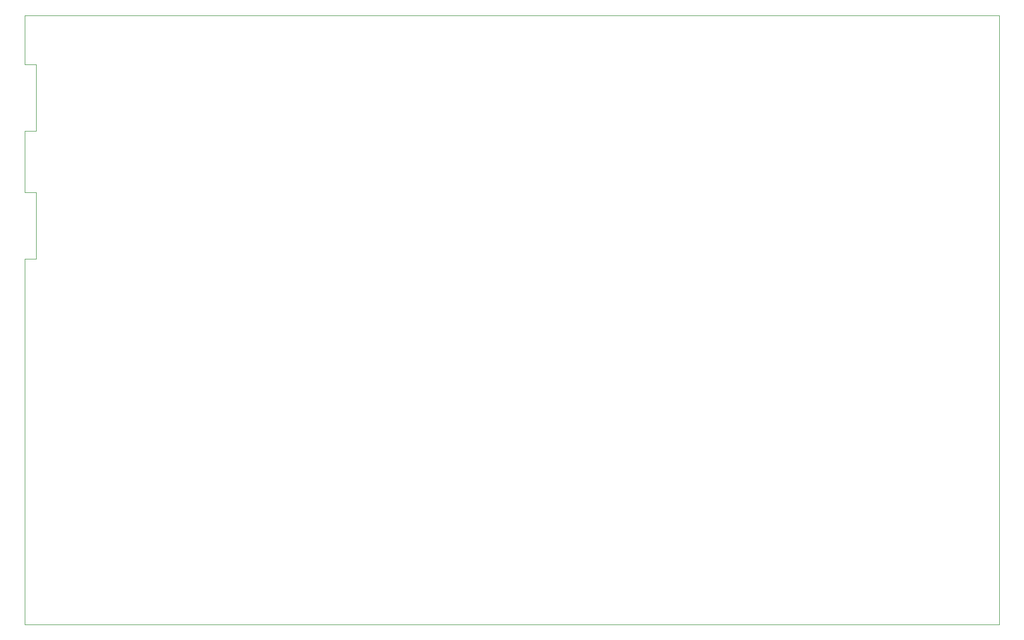
<source format=gbr>
G04 #@! TF.GenerationSoftware,KiCad,Pcbnew,9.0.0-9.0.0-2~ubuntu24.04.1*
G04 #@! TF.CreationDate,2025-03-10T11:07:59+01:00*
G04 #@! TF.ProjectId,Transmitter,5472616e-736d-4697-9474-65722e6b6963,rev?*
G04 #@! TF.SameCoordinates,Original*
G04 #@! TF.FileFunction,Profile,NP*
%FSLAX46Y46*%
G04 Gerber Fmt 4.6, Leading zero omitted, Abs format (unit mm)*
G04 Created by KiCad (PCBNEW 9.0.0-9.0.0-2~ubuntu24.04.1) date 2025-03-10 11:07:59*
%MOMM*%
%LPD*%
G01*
G04 APERTURE LIST*
G04 #@! TA.AperFunction,Profile*
%ADD10C,0.050000*%
G04 #@! TD*
G04 APERTURE END LIST*
D10*
X215000000Y-150000000D02*
X55000000Y-150000000D01*
X55000000Y-89916000D02*
X55000000Y-150000000D01*
X55000000Y-68961000D02*
X55000000Y-78994000D01*
X56896000Y-68961000D02*
X55000000Y-68961000D01*
X56896000Y-78994000D02*
X56896000Y-89916000D01*
X215000000Y-50000000D02*
X215000000Y-150000000D01*
X56896000Y-58039000D02*
X56896000Y-68961000D01*
X56896000Y-89916000D02*
X55000000Y-89916000D01*
X56896000Y-78994000D02*
X55000000Y-78994000D01*
X55000000Y-50000000D02*
X55000000Y-58039000D01*
X55000000Y-50000000D02*
X215000000Y-50000000D01*
X56896000Y-58039000D02*
X55000000Y-58039000D01*
M02*

</source>
